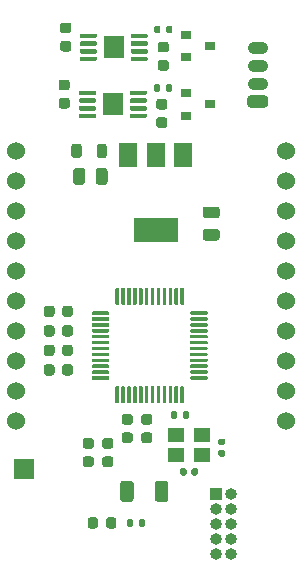
<source format=gbr>
%TF.GenerationSoftware,KiCad,Pcbnew,(5.1.10)-1*%
%TF.CreationDate,2021-08-15T22:41:54+03:00*%
%TF.ProjectId,jantteri-lora,6a616e74-7465-4726-992d-6c6f72612e6b,rev?*%
%TF.SameCoordinates,Original*%
%TF.FileFunction,Soldermask,Top*%
%TF.FilePolarity,Negative*%
%FSLAX46Y46*%
G04 Gerber Fmt 4.6, Leading zero omitted, Abs format (unit mm)*
G04 Created by KiCad (PCBNEW (5.1.10)-1) date 2021-08-15 22:41:54*
%MOMM*%
%LPD*%
G01*
G04 APERTURE LIST*
%ADD10C,1.524000*%
%ADD11R,1.700000X1.700000*%
%ADD12O,1.730000X1.030000*%
%ADD13R,0.900000X0.800000*%
%ADD14R,3.800000X2.000000*%
%ADD15R,1.500000X2.000000*%
%ADD16R,1.680000X1.880000*%
%ADD17R,1.400000X1.200000*%
%ADD18R,1.000000X1.000000*%
%ADD19O,1.000000X1.000000*%
G04 APERTURE END LIST*
D10*
%TO.C,U1*%
X61214000Y-56515000D03*
X61214000Y-59055000D03*
X61214000Y-61595000D03*
X61214000Y-64135000D03*
X61214000Y-66675000D03*
X61214000Y-69215000D03*
X61214000Y-71755000D03*
X61214000Y-74295000D03*
X61214000Y-76835000D03*
X61214000Y-79375000D03*
X84074000Y-56515000D03*
X84074000Y-59055000D03*
X84074000Y-61595000D03*
X84074000Y-64135000D03*
X84074000Y-66675000D03*
X84074000Y-69215000D03*
X84074000Y-71755000D03*
X84074000Y-74295000D03*
X84074000Y-76835000D03*
X84074000Y-79375000D03*
%TD*%
%TO.C,C2*%
G36*
G01*
X78199000Y-62222000D02*
X77249000Y-62222000D01*
G75*
G02*
X76999000Y-61972000I0J250000D01*
G01*
X76999000Y-61472000D01*
G75*
G02*
X77249000Y-61222000I250000J0D01*
G01*
X78199000Y-61222000D01*
G75*
G02*
X78449000Y-61472000I0J-250000D01*
G01*
X78449000Y-61972000D01*
G75*
G02*
X78199000Y-62222000I-250000J0D01*
G01*
G37*
G36*
G01*
X78199000Y-64122000D02*
X77249000Y-64122000D01*
G75*
G02*
X76999000Y-63872000I0J250000D01*
G01*
X76999000Y-63372000D01*
G75*
G02*
X77249000Y-63122000I250000J0D01*
G01*
X78199000Y-63122000D01*
G75*
G02*
X78449000Y-63372000I0J-250000D01*
G01*
X78449000Y-63872000D01*
G75*
G02*
X78199000Y-64122000I-250000J0D01*
G01*
G37*
%TD*%
%TO.C,C1*%
G36*
G01*
X68948000Y-58199000D02*
X68948000Y-59149000D01*
G75*
G02*
X68698000Y-59399000I-250000J0D01*
G01*
X68198000Y-59399000D01*
G75*
G02*
X67948000Y-59149000I0J250000D01*
G01*
X67948000Y-58199000D01*
G75*
G02*
X68198000Y-57949000I250000J0D01*
G01*
X68698000Y-57949000D01*
G75*
G02*
X68948000Y-58199000I0J-250000D01*
G01*
G37*
G36*
G01*
X67048000Y-58199000D02*
X67048000Y-59149000D01*
G75*
G02*
X66798000Y-59399000I-250000J0D01*
G01*
X66298000Y-59399000D01*
G75*
G02*
X66048000Y-59149000I0J250000D01*
G01*
X66048000Y-58199000D01*
G75*
G02*
X66298000Y-57949000I250000J0D01*
G01*
X66798000Y-57949000D01*
G75*
G02*
X67048000Y-58199000I0J-250000D01*
G01*
G37*
%TD*%
%TO.C,C3*%
G36*
G01*
X66008000Y-69854000D02*
X66008000Y-70354000D01*
G75*
G02*
X65783000Y-70579000I-225000J0D01*
G01*
X65333000Y-70579000D01*
G75*
G02*
X65108000Y-70354000I0J225000D01*
G01*
X65108000Y-69854000D01*
G75*
G02*
X65333000Y-69629000I225000J0D01*
G01*
X65783000Y-69629000D01*
G75*
G02*
X66008000Y-69854000I0J-225000D01*
G01*
G37*
G36*
G01*
X64458000Y-69854000D02*
X64458000Y-70354000D01*
G75*
G02*
X64233000Y-70579000I-225000J0D01*
G01*
X63783000Y-70579000D01*
G75*
G02*
X63558000Y-70354000I0J225000D01*
G01*
X63558000Y-69854000D01*
G75*
G02*
X63783000Y-69629000I225000J0D01*
G01*
X64233000Y-69629000D01*
G75*
G02*
X64458000Y-69854000I0J-225000D01*
G01*
G37*
%TD*%
%TO.C,C4*%
G36*
G01*
X64458000Y-71505000D02*
X64458000Y-72005000D01*
G75*
G02*
X64233000Y-72230000I-225000J0D01*
G01*
X63783000Y-72230000D01*
G75*
G02*
X63558000Y-72005000I0J225000D01*
G01*
X63558000Y-71505000D01*
G75*
G02*
X63783000Y-71280000I225000J0D01*
G01*
X64233000Y-71280000D01*
G75*
G02*
X64458000Y-71505000I0J-225000D01*
G01*
G37*
G36*
G01*
X66008000Y-71505000D02*
X66008000Y-72005000D01*
G75*
G02*
X65783000Y-72230000I-225000J0D01*
G01*
X65333000Y-72230000D01*
G75*
G02*
X65108000Y-72005000I0J225000D01*
G01*
X65108000Y-71505000D01*
G75*
G02*
X65333000Y-71280000I225000J0D01*
G01*
X65783000Y-71280000D01*
G75*
G02*
X66008000Y-71505000I0J-225000D01*
G01*
G37*
%TD*%
%TO.C,C5*%
G36*
G01*
X73283000Y-53665000D02*
X73783000Y-53665000D01*
G75*
G02*
X74008000Y-53890000I0J-225000D01*
G01*
X74008000Y-54340000D01*
G75*
G02*
X73783000Y-54565000I-225000J0D01*
G01*
X73283000Y-54565000D01*
G75*
G02*
X73058000Y-54340000I0J225000D01*
G01*
X73058000Y-53890000D01*
G75*
G02*
X73283000Y-53665000I225000J0D01*
G01*
G37*
G36*
G01*
X73283000Y-52115000D02*
X73783000Y-52115000D01*
G75*
G02*
X74008000Y-52340000I0J-225000D01*
G01*
X74008000Y-52790000D01*
G75*
G02*
X73783000Y-53015000I-225000J0D01*
G01*
X73283000Y-53015000D01*
G75*
G02*
X73058000Y-52790000I0J225000D01*
G01*
X73058000Y-52340000D01*
G75*
G02*
X73283000Y-52115000I225000J0D01*
G01*
G37*
%TD*%
%TO.C,C6*%
G36*
G01*
X65528000Y-52927000D02*
X65028000Y-52927000D01*
G75*
G02*
X64803000Y-52702000I0J225000D01*
G01*
X64803000Y-52252000D01*
G75*
G02*
X65028000Y-52027000I225000J0D01*
G01*
X65528000Y-52027000D01*
G75*
G02*
X65753000Y-52252000I0J-225000D01*
G01*
X65753000Y-52702000D01*
G75*
G02*
X65528000Y-52927000I-225000J0D01*
G01*
G37*
G36*
G01*
X65528000Y-51377000D02*
X65028000Y-51377000D01*
G75*
G02*
X64803000Y-51152000I0J225000D01*
G01*
X64803000Y-50702000D01*
G75*
G02*
X65028000Y-50477000I225000J0D01*
G01*
X65528000Y-50477000D01*
G75*
G02*
X65753000Y-50702000I0J-225000D01*
G01*
X65753000Y-51152000D01*
G75*
G02*
X65528000Y-51377000I-225000J0D01*
G01*
G37*
%TD*%
%TO.C,C7*%
G36*
G01*
X73410000Y-48826000D02*
X73910000Y-48826000D01*
G75*
G02*
X74135000Y-49051000I0J-225000D01*
G01*
X74135000Y-49501000D01*
G75*
G02*
X73910000Y-49726000I-225000J0D01*
G01*
X73410000Y-49726000D01*
G75*
G02*
X73185000Y-49501000I0J225000D01*
G01*
X73185000Y-49051000D01*
G75*
G02*
X73410000Y-48826000I225000J0D01*
G01*
G37*
G36*
G01*
X73410000Y-47276000D02*
X73910000Y-47276000D01*
G75*
G02*
X74135000Y-47501000I0J-225000D01*
G01*
X74135000Y-47951000D01*
G75*
G02*
X73910000Y-48176000I-225000J0D01*
G01*
X73410000Y-48176000D01*
G75*
G02*
X73185000Y-47951000I0J225000D01*
G01*
X73185000Y-47501000D01*
G75*
G02*
X73410000Y-47276000I225000J0D01*
G01*
G37*
%TD*%
%TO.C,C8*%
G36*
G01*
X65655000Y-48101000D02*
X65155000Y-48101000D01*
G75*
G02*
X64930000Y-47876000I0J225000D01*
G01*
X64930000Y-47426000D01*
G75*
G02*
X65155000Y-47201000I225000J0D01*
G01*
X65655000Y-47201000D01*
G75*
G02*
X65880000Y-47426000I0J-225000D01*
G01*
X65880000Y-47876000D01*
G75*
G02*
X65655000Y-48101000I-225000J0D01*
G01*
G37*
G36*
G01*
X65655000Y-46551000D02*
X65155000Y-46551000D01*
G75*
G02*
X64930000Y-46326000I0J225000D01*
G01*
X64930000Y-45876000D01*
G75*
G02*
X65155000Y-45651000I225000J0D01*
G01*
X65655000Y-45651000D01*
G75*
G02*
X65880000Y-45876000I0J-225000D01*
G01*
X65880000Y-46326000D01*
G75*
G02*
X65655000Y-46551000I-225000J0D01*
G01*
G37*
%TD*%
%TO.C,C9*%
G36*
G01*
X74108000Y-84693999D02*
X74108000Y-85994001D01*
G75*
G02*
X73858001Y-86244000I-249999J0D01*
G01*
X73207999Y-86244000D01*
G75*
G02*
X72958000Y-85994001I0J249999D01*
G01*
X72958000Y-84693999D01*
G75*
G02*
X73207999Y-84444000I249999J0D01*
G01*
X73858001Y-84444000D01*
G75*
G02*
X74108000Y-84693999I0J-249999D01*
G01*
G37*
G36*
G01*
X71158000Y-84693999D02*
X71158000Y-85994001D01*
G75*
G02*
X70908001Y-86244000I-249999J0D01*
G01*
X70257999Y-86244000D01*
G75*
G02*
X70008000Y-85994001I0J249999D01*
G01*
X70008000Y-84693999D01*
G75*
G02*
X70257999Y-84444000I249999J0D01*
G01*
X70908001Y-84444000D01*
G75*
G02*
X71158000Y-84693999I0J-249999D01*
G01*
G37*
%TD*%
%TO.C,C10*%
G36*
G01*
X68711000Y-82380000D02*
X69211000Y-82380000D01*
G75*
G02*
X69436000Y-82605000I0J-225000D01*
G01*
X69436000Y-83055000D01*
G75*
G02*
X69211000Y-83280000I-225000J0D01*
G01*
X68711000Y-83280000D01*
G75*
G02*
X68486000Y-83055000I0J225000D01*
G01*
X68486000Y-82605000D01*
G75*
G02*
X68711000Y-82380000I225000J0D01*
G01*
G37*
G36*
G01*
X68711000Y-80830000D02*
X69211000Y-80830000D01*
G75*
G02*
X69436000Y-81055000I0J-225000D01*
G01*
X69436000Y-81505000D01*
G75*
G02*
X69211000Y-81730000I-225000J0D01*
G01*
X68711000Y-81730000D01*
G75*
G02*
X68486000Y-81505000I0J225000D01*
G01*
X68486000Y-81055000D01*
G75*
G02*
X68711000Y-80830000I225000J0D01*
G01*
G37*
%TD*%
%TO.C,C11*%
G36*
G01*
X64458000Y-74807000D02*
X64458000Y-75307000D01*
G75*
G02*
X64233000Y-75532000I-225000J0D01*
G01*
X63783000Y-75532000D01*
G75*
G02*
X63558000Y-75307000I0J225000D01*
G01*
X63558000Y-74807000D01*
G75*
G02*
X63783000Y-74582000I225000J0D01*
G01*
X64233000Y-74582000D01*
G75*
G02*
X64458000Y-74807000I0J-225000D01*
G01*
G37*
G36*
G01*
X66008000Y-74807000D02*
X66008000Y-75307000D01*
G75*
G02*
X65783000Y-75532000I-225000J0D01*
G01*
X65333000Y-75532000D01*
G75*
G02*
X65108000Y-75307000I0J225000D01*
G01*
X65108000Y-74807000D01*
G75*
G02*
X65333000Y-74582000I225000J0D01*
G01*
X65783000Y-74582000D01*
G75*
G02*
X66008000Y-74807000I0J-225000D01*
G01*
G37*
%TD*%
%TO.C,C12*%
G36*
G01*
X66008000Y-73156000D02*
X66008000Y-73656000D01*
G75*
G02*
X65783000Y-73881000I-225000J0D01*
G01*
X65333000Y-73881000D01*
G75*
G02*
X65108000Y-73656000I0J225000D01*
G01*
X65108000Y-73156000D01*
G75*
G02*
X65333000Y-72931000I225000J0D01*
G01*
X65783000Y-72931000D01*
G75*
G02*
X66008000Y-73156000I0J-225000D01*
G01*
G37*
G36*
G01*
X64458000Y-73156000D02*
X64458000Y-73656000D01*
G75*
G02*
X64233000Y-73881000I-225000J0D01*
G01*
X63783000Y-73881000D01*
G75*
G02*
X63558000Y-73656000I0J225000D01*
G01*
X63558000Y-73156000D01*
G75*
G02*
X63783000Y-72931000I225000J0D01*
G01*
X64233000Y-72931000D01*
G75*
G02*
X64458000Y-73156000I0J-225000D01*
G01*
G37*
%TD*%
%TO.C,C13*%
G36*
G01*
X70362000Y-78798000D02*
X70862000Y-78798000D01*
G75*
G02*
X71087000Y-79023000I0J-225000D01*
G01*
X71087000Y-79473000D01*
G75*
G02*
X70862000Y-79698000I-225000J0D01*
G01*
X70362000Y-79698000D01*
G75*
G02*
X70137000Y-79473000I0J225000D01*
G01*
X70137000Y-79023000D01*
G75*
G02*
X70362000Y-78798000I225000J0D01*
G01*
G37*
G36*
G01*
X70362000Y-80348000D02*
X70862000Y-80348000D01*
G75*
G02*
X71087000Y-80573000I0J-225000D01*
G01*
X71087000Y-81023000D01*
G75*
G02*
X70862000Y-81248000I-225000J0D01*
G01*
X70362000Y-81248000D01*
G75*
G02*
X70137000Y-81023000I0J225000D01*
G01*
X70137000Y-80573000D01*
G75*
G02*
X70362000Y-80348000I225000J0D01*
G01*
G37*
%TD*%
%TO.C,C14*%
G36*
G01*
X67060000Y-82380000D02*
X67560000Y-82380000D01*
G75*
G02*
X67785000Y-82605000I0J-225000D01*
G01*
X67785000Y-83055000D01*
G75*
G02*
X67560000Y-83280000I-225000J0D01*
G01*
X67060000Y-83280000D01*
G75*
G02*
X66835000Y-83055000I0J225000D01*
G01*
X66835000Y-82605000D01*
G75*
G02*
X67060000Y-82380000I225000J0D01*
G01*
G37*
G36*
G01*
X67060000Y-80830000D02*
X67560000Y-80830000D01*
G75*
G02*
X67785000Y-81055000I0J-225000D01*
G01*
X67785000Y-81505000D01*
G75*
G02*
X67560000Y-81730000I-225000J0D01*
G01*
X67060000Y-81730000D01*
G75*
G02*
X66835000Y-81505000I0J225000D01*
G01*
X66835000Y-81055000D01*
G75*
G02*
X67060000Y-80830000I225000J0D01*
G01*
G37*
%TD*%
%TO.C,C15*%
G36*
G01*
X72013000Y-78798000D02*
X72513000Y-78798000D01*
G75*
G02*
X72738000Y-79023000I0J-225000D01*
G01*
X72738000Y-79473000D01*
G75*
G02*
X72513000Y-79698000I-225000J0D01*
G01*
X72013000Y-79698000D01*
G75*
G02*
X71788000Y-79473000I0J225000D01*
G01*
X71788000Y-79023000D01*
G75*
G02*
X72013000Y-78798000I225000J0D01*
G01*
G37*
G36*
G01*
X72013000Y-80348000D02*
X72513000Y-80348000D01*
G75*
G02*
X72738000Y-80573000I0J-225000D01*
G01*
X72738000Y-81023000D01*
G75*
G02*
X72513000Y-81248000I-225000J0D01*
G01*
X72013000Y-81248000D01*
G75*
G02*
X71788000Y-81023000I0J225000D01*
G01*
X71788000Y-80573000D01*
G75*
G02*
X72013000Y-80348000I225000J0D01*
G01*
G37*
%TD*%
%TO.C,C16*%
G36*
G01*
X75087000Y-83863000D02*
X75087000Y-83523000D01*
G75*
G02*
X75227000Y-83383000I140000J0D01*
G01*
X75507000Y-83383000D01*
G75*
G02*
X75647000Y-83523000I0J-140000D01*
G01*
X75647000Y-83863000D01*
G75*
G02*
X75507000Y-84003000I-140000J0D01*
G01*
X75227000Y-84003000D01*
G75*
G02*
X75087000Y-83863000I0J140000D01*
G01*
G37*
G36*
G01*
X76047000Y-83863000D02*
X76047000Y-83523000D01*
G75*
G02*
X76187000Y-83383000I140000J0D01*
G01*
X76467000Y-83383000D01*
G75*
G02*
X76607000Y-83523000I0J-140000D01*
G01*
X76607000Y-83863000D01*
G75*
G02*
X76467000Y-84003000I-140000J0D01*
G01*
X76187000Y-84003000D01*
G75*
G02*
X76047000Y-83863000I0J140000D01*
G01*
G37*
%TD*%
%TO.C,C17*%
G36*
G01*
X78443000Y-81833000D02*
X78783000Y-81833000D01*
G75*
G02*
X78923000Y-81973000I0J-140000D01*
G01*
X78923000Y-82253000D01*
G75*
G02*
X78783000Y-82393000I-140000J0D01*
G01*
X78443000Y-82393000D01*
G75*
G02*
X78303000Y-82253000I0J140000D01*
G01*
X78303000Y-81973000D01*
G75*
G02*
X78443000Y-81833000I140000J0D01*
G01*
G37*
G36*
G01*
X78443000Y-80873000D02*
X78783000Y-80873000D01*
G75*
G02*
X78923000Y-81013000I0J-140000D01*
G01*
X78923000Y-81293000D01*
G75*
G02*
X78783000Y-81433000I-140000J0D01*
G01*
X78443000Y-81433000D01*
G75*
G02*
X78303000Y-81293000I0J140000D01*
G01*
X78303000Y-81013000D01*
G75*
G02*
X78443000Y-80873000I140000J0D01*
G01*
G37*
%TD*%
%TO.C,D1*%
G36*
G01*
X69703500Y-87754750D02*
X69703500Y-88267250D01*
G75*
G02*
X69484750Y-88486000I-218750J0D01*
G01*
X69047250Y-88486000D01*
G75*
G02*
X68828500Y-88267250I0J218750D01*
G01*
X68828500Y-87754750D01*
G75*
G02*
X69047250Y-87536000I218750J0D01*
G01*
X69484750Y-87536000D01*
G75*
G02*
X69703500Y-87754750I0J-218750D01*
G01*
G37*
G36*
G01*
X68128500Y-87754750D02*
X68128500Y-88267250D01*
G75*
G02*
X67909750Y-88486000I-218750J0D01*
G01*
X67472250Y-88486000D01*
G75*
G02*
X67253500Y-88267250I0J218750D01*
G01*
X67253500Y-87754750D01*
G75*
G02*
X67472250Y-87536000I218750J0D01*
G01*
X67909750Y-87536000D01*
G75*
G02*
X68128500Y-87754750I0J-218750D01*
G01*
G37*
%TD*%
%TO.C,FB1*%
G36*
G01*
X68890500Y-56133750D02*
X68890500Y-56896250D01*
G75*
G02*
X68671750Y-57115000I-218750J0D01*
G01*
X68234250Y-57115000D01*
G75*
G02*
X68015500Y-56896250I0J218750D01*
G01*
X68015500Y-56133750D01*
G75*
G02*
X68234250Y-55915000I218750J0D01*
G01*
X68671750Y-55915000D01*
G75*
G02*
X68890500Y-56133750I0J-218750D01*
G01*
G37*
G36*
G01*
X66765500Y-56133750D02*
X66765500Y-56896250D01*
G75*
G02*
X66546750Y-57115000I-218750J0D01*
G01*
X66109250Y-57115000D01*
G75*
G02*
X65890500Y-56896250I0J218750D01*
G01*
X65890500Y-56133750D01*
G75*
G02*
X66109250Y-55915000I218750J0D01*
G01*
X66546750Y-55915000D01*
G75*
G02*
X66765500Y-56133750I0J-218750D01*
G01*
G37*
%TD*%
D11*
%TO.C,J1*%
X61849000Y-83439000D03*
%TD*%
%TO.C,J3*%
G36*
G01*
X82276001Y-52839000D02*
X81045999Y-52839000D01*
G75*
G02*
X80796000Y-52589001I0J249999D01*
G01*
X80796000Y-52058999D01*
G75*
G02*
X81045999Y-51809000I249999J0D01*
G01*
X82276001Y-51809000D01*
G75*
G02*
X82526000Y-52058999I0J-249999D01*
G01*
X82526000Y-52589001D01*
G75*
G02*
X82276001Y-52839000I-249999J0D01*
G01*
G37*
D12*
X81661000Y-50824000D03*
X81661000Y-49324000D03*
X81661000Y-47824000D03*
%TD*%
D13*
%TO.C,Q1*%
X75581000Y-51628000D03*
X75581000Y-53528000D03*
X77581000Y-52578000D03*
%TD*%
%TO.C,Q2*%
X77581000Y-47625000D03*
X75581000Y-48575000D03*
X75581000Y-46675000D03*
%TD*%
%TO.C,R3*%
G36*
G01*
X73902000Y-51366000D02*
X73902000Y-50996000D01*
G75*
G02*
X74037000Y-50861000I135000J0D01*
G01*
X74307000Y-50861000D01*
G75*
G02*
X74442000Y-50996000I0J-135000D01*
G01*
X74442000Y-51366000D01*
G75*
G02*
X74307000Y-51501000I-135000J0D01*
G01*
X74037000Y-51501000D01*
G75*
G02*
X73902000Y-51366000I0J135000D01*
G01*
G37*
G36*
G01*
X72882000Y-51366000D02*
X72882000Y-50996000D01*
G75*
G02*
X73017000Y-50861000I135000J0D01*
G01*
X73287000Y-50861000D01*
G75*
G02*
X73422000Y-50996000I0J-135000D01*
G01*
X73422000Y-51366000D01*
G75*
G02*
X73287000Y-51501000I-135000J0D01*
G01*
X73017000Y-51501000D01*
G75*
G02*
X72882000Y-51366000I0J135000D01*
G01*
G37*
%TD*%
%TO.C,R4*%
G36*
G01*
X72882000Y-46413000D02*
X72882000Y-46043000D01*
G75*
G02*
X73017000Y-45908000I135000J0D01*
G01*
X73287000Y-45908000D01*
G75*
G02*
X73422000Y-46043000I0J-135000D01*
G01*
X73422000Y-46413000D01*
G75*
G02*
X73287000Y-46548000I-135000J0D01*
G01*
X73017000Y-46548000D01*
G75*
G02*
X72882000Y-46413000I0J135000D01*
G01*
G37*
G36*
G01*
X73902000Y-46413000D02*
X73902000Y-46043000D01*
G75*
G02*
X74037000Y-45908000I135000J0D01*
G01*
X74307000Y-45908000D01*
G75*
G02*
X74442000Y-46043000I0J-135000D01*
G01*
X74442000Y-46413000D01*
G75*
G02*
X74307000Y-46548000I-135000J0D01*
G01*
X74037000Y-46548000D01*
G75*
G02*
X73902000Y-46413000I0J135000D01*
G01*
G37*
%TD*%
%TO.C,R1*%
G36*
G01*
X72154000Y-87826000D02*
X72154000Y-88196000D01*
G75*
G02*
X72019000Y-88331000I-135000J0D01*
G01*
X71749000Y-88331000D01*
G75*
G02*
X71614000Y-88196000I0J135000D01*
G01*
X71614000Y-87826000D01*
G75*
G02*
X71749000Y-87691000I135000J0D01*
G01*
X72019000Y-87691000D01*
G75*
G02*
X72154000Y-87826000I0J-135000D01*
G01*
G37*
G36*
G01*
X71134000Y-87826000D02*
X71134000Y-88196000D01*
G75*
G02*
X70999000Y-88331000I-135000J0D01*
G01*
X70729000Y-88331000D01*
G75*
G02*
X70594000Y-88196000I0J135000D01*
G01*
X70594000Y-87826000D01*
G75*
G02*
X70729000Y-87691000I135000J0D01*
G01*
X70999000Y-87691000D01*
G75*
G02*
X71134000Y-87826000I0J-135000D01*
G01*
G37*
%TD*%
%TO.C,R2*%
G36*
G01*
X75299000Y-79052000D02*
X75299000Y-78682000D01*
G75*
G02*
X75434000Y-78547000I135000J0D01*
G01*
X75704000Y-78547000D01*
G75*
G02*
X75839000Y-78682000I0J-135000D01*
G01*
X75839000Y-79052000D01*
G75*
G02*
X75704000Y-79187000I-135000J0D01*
G01*
X75434000Y-79187000D01*
G75*
G02*
X75299000Y-79052000I0J135000D01*
G01*
G37*
G36*
G01*
X74279000Y-79052000D02*
X74279000Y-78682000D01*
G75*
G02*
X74414000Y-78547000I135000J0D01*
G01*
X74684000Y-78547000D01*
G75*
G02*
X74819000Y-78682000I0J-135000D01*
G01*
X74819000Y-79052000D01*
G75*
G02*
X74684000Y-79187000I-135000J0D01*
G01*
X74414000Y-79187000D01*
G75*
G02*
X74279000Y-79052000I0J135000D01*
G01*
G37*
%TD*%
D14*
%TO.C,U2*%
X73011000Y-63196000D03*
D15*
X73011000Y-56896000D03*
X70711000Y-56896000D03*
X75311000Y-56896000D03*
%TD*%
%TO.C,U4*%
G36*
G01*
X72267999Y-53453000D02*
X72267999Y-53653000D01*
G75*
G02*
X72167999Y-53753000I-100000J0D01*
G01*
X70917999Y-53753000D01*
G75*
G02*
X70817999Y-53653000I0J100000D01*
G01*
X70817999Y-53453000D01*
G75*
G02*
X70917999Y-53353000I100000J0D01*
G01*
X72167999Y-53353000D01*
G75*
G02*
X72267999Y-53453000I0J-100000D01*
G01*
G37*
G36*
G01*
X72267999Y-52803000D02*
X72267999Y-53003000D01*
G75*
G02*
X72167999Y-53103000I-100000J0D01*
G01*
X70917999Y-53103000D01*
G75*
G02*
X70817999Y-53003000I0J100000D01*
G01*
X70817999Y-52803000D01*
G75*
G02*
X70917999Y-52703000I100000J0D01*
G01*
X72167999Y-52703000D01*
G75*
G02*
X72267999Y-52803000I0J-100000D01*
G01*
G37*
G36*
G01*
X72267999Y-52153000D02*
X72267999Y-52353000D01*
G75*
G02*
X72167999Y-52453000I-100000J0D01*
G01*
X70917999Y-52453000D01*
G75*
G02*
X70817999Y-52353000I0J100000D01*
G01*
X70817999Y-52153000D01*
G75*
G02*
X70917999Y-52053000I100000J0D01*
G01*
X72167999Y-52053000D01*
G75*
G02*
X72267999Y-52153000I0J-100000D01*
G01*
G37*
G36*
G01*
X72267999Y-51503000D02*
X72267999Y-51703000D01*
G75*
G02*
X72167999Y-51803000I-100000J0D01*
G01*
X70917999Y-51803000D01*
G75*
G02*
X70817999Y-51703000I0J100000D01*
G01*
X70817999Y-51503000D01*
G75*
G02*
X70917999Y-51403000I100000J0D01*
G01*
X72167999Y-51403000D01*
G75*
G02*
X72267999Y-51503000I0J-100000D01*
G01*
G37*
G36*
G01*
X67967999Y-51503000D02*
X67967999Y-51703000D01*
G75*
G02*
X67867999Y-51803000I-100000J0D01*
G01*
X66617999Y-51803000D01*
G75*
G02*
X66517999Y-51703000I0J100000D01*
G01*
X66517999Y-51503000D01*
G75*
G02*
X66617999Y-51403000I100000J0D01*
G01*
X67867999Y-51403000D01*
G75*
G02*
X67967999Y-51503000I0J-100000D01*
G01*
G37*
G36*
G01*
X67967999Y-52153000D02*
X67967999Y-52353000D01*
G75*
G02*
X67867999Y-52453000I-100000J0D01*
G01*
X66617999Y-52453000D01*
G75*
G02*
X66517999Y-52353000I0J100000D01*
G01*
X66517999Y-52153000D01*
G75*
G02*
X66617999Y-52053000I100000J0D01*
G01*
X67867999Y-52053000D01*
G75*
G02*
X67967999Y-52153000I0J-100000D01*
G01*
G37*
G36*
G01*
X67967999Y-52803000D02*
X67967999Y-53003000D01*
G75*
G02*
X67867999Y-53103000I-100000J0D01*
G01*
X66617999Y-53103000D01*
G75*
G02*
X66517999Y-53003000I0J100000D01*
G01*
X66517999Y-52803000D01*
G75*
G02*
X66617999Y-52703000I100000J0D01*
G01*
X67867999Y-52703000D01*
G75*
G02*
X67967999Y-52803000I0J-100000D01*
G01*
G37*
G36*
G01*
X67967999Y-53453000D02*
X67967999Y-53653000D01*
G75*
G02*
X67867999Y-53753000I-100000J0D01*
G01*
X66617999Y-53753000D01*
G75*
G02*
X66517999Y-53653000I0J100000D01*
G01*
X66517999Y-53453000D01*
G75*
G02*
X66617999Y-53353000I100000J0D01*
G01*
X67867999Y-53353000D01*
G75*
G02*
X67967999Y-53453000I0J-100000D01*
G01*
G37*
D16*
X69392999Y-52578000D03*
%TD*%
%TO.C,U5*%
X69469000Y-47752000D03*
G36*
G01*
X68044000Y-48627000D02*
X68044000Y-48827000D01*
G75*
G02*
X67944000Y-48927000I-100000J0D01*
G01*
X66694000Y-48927000D01*
G75*
G02*
X66594000Y-48827000I0J100000D01*
G01*
X66594000Y-48627000D01*
G75*
G02*
X66694000Y-48527000I100000J0D01*
G01*
X67944000Y-48527000D01*
G75*
G02*
X68044000Y-48627000I0J-100000D01*
G01*
G37*
G36*
G01*
X68044000Y-47977000D02*
X68044000Y-48177000D01*
G75*
G02*
X67944000Y-48277000I-100000J0D01*
G01*
X66694000Y-48277000D01*
G75*
G02*
X66594000Y-48177000I0J100000D01*
G01*
X66594000Y-47977000D01*
G75*
G02*
X66694000Y-47877000I100000J0D01*
G01*
X67944000Y-47877000D01*
G75*
G02*
X68044000Y-47977000I0J-100000D01*
G01*
G37*
G36*
G01*
X68044000Y-47327000D02*
X68044000Y-47527000D01*
G75*
G02*
X67944000Y-47627000I-100000J0D01*
G01*
X66694000Y-47627000D01*
G75*
G02*
X66594000Y-47527000I0J100000D01*
G01*
X66594000Y-47327000D01*
G75*
G02*
X66694000Y-47227000I100000J0D01*
G01*
X67944000Y-47227000D01*
G75*
G02*
X68044000Y-47327000I0J-100000D01*
G01*
G37*
G36*
G01*
X68044000Y-46677000D02*
X68044000Y-46877000D01*
G75*
G02*
X67944000Y-46977000I-100000J0D01*
G01*
X66694000Y-46977000D01*
G75*
G02*
X66594000Y-46877000I0J100000D01*
G01*
X66594000Y-46677000D01*
G75*
G02*
X66694000Y-46577000I100000J0D01*
G01*
X67944000Y-46577000D01*
G75*
G02*
X68044000Y-46677000I0J-100000D01*
G01*
G37*
G36*
G01*
X72344000Y-46677000D02*
X72344000Y-46877000D01*
G75*
G02*
X72244000Y-46977000I-100000J0D01*
G01*
X70994000Y-46977000D01*
G75*
G02*
X70894000Y-46877000I0J100000D01*
G01*
X70894000Y-46677000D01*
G75*
G02*
X70994000Y-46577000I100000J0D01*
G01*
X72244000Y-46577000D01*
G75*
G02*
X72344000Y-46677000I0J-100000D01*
G01*
G37*
G36*
G01*
X72344000Y-47327000D02*
X72344000Y-47527000D01*
G75*
G02*
X72244000Y-47627000I-100000J0D01*
G01*
X70994000Y-47627000D01*
G75*
G02*
X70894000Y-47527000I0J100000D01*
G01*
X70894000Y-47327000D01*
G75*
G02*
X70994000Y-47227000I100000J0D01*
G01*
X72244000Y-47227000D01*
G75*
G02*
X72344000Y-47327000I0J-100000D01*
G01*
G37*
G36*
G01*
X72344000Y-47977000D02*
X72344000Y-48177000D01*
G75*
G02*
X72244000Y-48277000I-100000J0D01*
G01*
X70994000Y-48277000D01*
G75*
G02*
X70894000Y-48177000I0J100000D01*
G01*
X70894000Y-47977000D01*
G75*
G02*
X70994000Y-47877000I100000J0D01*
G01*
X72244000Y-47877000D01*
G75*
G02*
X72344000Y-47977000I0J-100000D01*
G01*
G37*
G36*
G01*
X72344000Y-48627000D02*
X72344000Y-48827000D01*
G75*
G02*
X72244000Y-48927000I-100000J0D01*
G01*
X70994000Y-48927000D01*
G75*
G02*
X70894000Y-48827000I0J100000D01*
G01*
X70894000Y-48627000D01*
G75*
G02*
X70994000Y-48527000I100000J0D01*
G01*
X72244000Y-48527000D01*
G75*
G02*
X72344000Y-48627000I0J-100000D01*
G01*
G37*
%TD*%
%TO.C,U6*%
G36*
G01*
X69838000Y-77896500D02*
X69688000Y-77896500D01*
G75*
G02*
X69613000Y-77821500I0J75000D01*
G01*
X69613000Y-76496500D01*
G75*
G02*
X69688000Y-76421500I75000J0D01*
G01*
X69838000Y-76421500D01*
G75*
G02*
X69913000Y-76496500I0J-75000D01*
G01*
X69913000Y-77821500D01*
G75*
G02*
X69838000Y-77896500I-75000J0D01*
G01*
G37*
G36*
G01*
X70338000Y-77896500D02*
X70188000Y-77896500D01*
G75*
G02*
X70113000Y-77821500I0J75000D01*
G01*
X70113000Y-76496500D01*
G75*
G02*
X70188000Y-76421500I75000J0D01*
G01*
X70338000Y-76421500D01*
G75*
G02*
X70413000Y-76496500I0J-75000D01*
G01*
X70413000Y-77821500D01*
G75*
G02*
X70338000Y-77896500I-75000J0D01*
G01*
G37*
G36*
G01*
X70838000Y-77896500D02*
X70688000Y-77896500D01*
G75*
G02*
X70613000Y-77821500I0J75000D01*
G01*
X70613000Y-76496500D01*
G75*
G02*
X70688000Y-76421500I75000J0D01*
G01*
X70838000Y-76421500D01*
G75*
G02*
X70913000Y-76496500I0J-75000D01*
G01*
X70913000Y-77821500D01*
G75*
G02*
X70838000Y-77896500I-75000J0D01*
G01*
G37*
G36*
G01*
X71338000Y-77896500D02*
X71188000Y-77896500D01*
G75*
G02*
X71113000Y-77821500I0J75000D01*
G01*
X71113000Y-76496500D01*
G75*
G02*
X71188000Y-76421500I75000J0D01*
G01*
X71338000Y-76421500D01*
G75*
G02*
X71413000Y-76496500I0J-75000D01*
G01*
X71413000Y-77821500D01*
G75*
G02*
X71338000Y-77896500I-75000J0D01*
G01*
G37*
G36*
G01*
X71838000Y-77896500D02*
X71688000Y-77896500D01*
G75*
G02*
X71613000Y-77821500I0J75000D01*
G01*
X71613000Y-76496500D01*
G75*
G02*
X71688000Y-76421500I75000J0D01*
G01*
X71838000Y-76421500D01*
G75*
G02*
X71913000Y-76496500I0J-75000D01*
G01*
X71913000Y-77821500D01*
G75*
G02*
X71838000Y-77896500I-75000J0D01*
G01*
G37*
G36*
G01*
X72338000Y-77896500D02*
X72188000Y-77896500D01*
G75*
G02*
X72113000Y-77821500I0J75000D01*
G01*
X72113000Y-76496500D01*
G75*
G02*
X72188000Y-76421500I75000J0D01*
G01*
X72338000Y-76421500D01*
G75*
G02*
X72413000Y-76496500I0J-75000D01*
G01*
X72413000Y-77821500D01*
G75*
G02*
X72338000Y-77896500I-75000J0D01*
G01*
G37*
G36*
G01*
X72838000Y-77896500D02*
X72688000Y-77896500D01*
G75*
G02*
X72613000Y-77821500I0J75000D01*
G01*
X72613000Y-76496500D01*
G75*
G02*
X72688000Y-76421500I75000J0D01*
G01*
X72838000Y-76421500D01*
G75*
G02*
X72913000Y-76496500I0J-75000D01*
G01*
X72913000Y-77821500D01*
G75*
G02*
X72838000Y-77896500I-75000J0D01*
G01*
G37*
G36*
G01*
X73338000Y-77896500D02*
X73188000Y-77896500D01*
G75*
G02*
X73113000Y-77821500I0J75000D01*
G01*
X73113000Y-76496500D01*
G75*
G02*
X73188000Y-76421500I75000J0D01*
G01*
X73338000Y-76421500D01*
G75*
G02*
X73413000Y-76496500I0J-75000D01*
G01*
X73413000Y-77821500D01*
G75*
G02*
X73338000Y-77896500I-75000J0D01*
G01*
G37*
G36*
G01*
X73838000Y-77896500D02*
X73688000Y-77896500D01*
G75*
G02*
X73613000Y-77821500I0J75000D01*
G01*
X73613000Y-76496500D01*
G75*
G02*
X73688000Y-76421500I75000J0D01*
G01*
X73838000Y-76421500D01*
G75*
G02*
X73913000Y-76496500I0J-75000D01*
G01*
X73913000Y-77821500D01*
G75*
G02*
X73838000Y-77896500I-75000J0D01*
G01*
G37*
G36*
G01*
X74338000Y-77896500D02*
X74188000Y-77896500D01*
G75*
G02*
X74113000Y-77821500I0J75000D01*
G01*
X74113000Y-76496500D01*
G75*
G02*
X74188000Y-76421500I75000J0D01*
G01*
X74338000Y-76421500D01*
G75*
G02*
X74413000Y-76496500I0J-75000D01*
G01*
X74413000Y-77821500D01*
G75*
G02*
X74338000Y-77896500I-75000J0D01*
G01*
G37*
G36*
G01*
X74838000Y-77896500D02*
X74688000Y-77896500D01*
G75*
G02*
X74613000Y-77821500I0J75000D01*
G01*
X74613000Y-76496500D01*
G75*
G02*
X74688000Y-76421500I75000J0D01*
G01*
X74838000Y-76421500D01*
G75*
G02*
X74913000Y-76496500I0J-75000D01*
G01*
X74913000Y-77821500D01*
G75*
G02*
X74838000Y-77896500I-75000J0D01*
G01*
G37*
G36*
G01*
X75338000Y-77896500D02*
X75188000Y-77896500D01*
G75*
G02*
X75113000Y-77821500I0J75000D01*
G01*
X75113000Y-76496500D01*
G75*
G02*
X75188000Y-76421500I75000J0D01*
G01*
X75338000Y-76421500D01*
G75*
G02*
X75413000Y-76496500I0J-75000D01*
G01*
X75413000Y-77821500D01*
G75*
G02*
X75338000Y-77896500I-75000J0D01*
G01*
G37*
G36*
G01*
X77338000Y-75896500D02*
X76013000Y-75896500D01*
G75*
G02*
X75938000Y-75821500I0J75000D01*
G01*
X75938000Y-75671500D01*
G75*
G02*
X76013000Y-75596500I75000J0D01*
G01*
X77338000Y-75596500D01*
G75*
G02*
X77413000Y-75671500I0J-75000D01*
G01*
X77413000Y-75821500D01*
G75*
G02*
X77338000Y-75896500I-75000J0D01*
G01*
G37*
G36*
G01*
X77338000Y-75396500D02*
X76013000Y-75396500D01*
G75*
G02*
X75938000Y-75321500I0J75000D01*
G01*
X75938000Y-75171500D01*
G75*
G02*
X76013000Y-75096500I75000J0D01*
G01*
X77338000Y-75096500D01*
G75*
G02*
X77413000Y-75171500I0J-75000D01*
G01*
X77413000Y-75321500D01*
G75*
G02*
X77338000Y-75396500I-75000J0D01*
G01*
G37*
G36*
G01*
X77338000Y-74896500D02*
X76013000Y-74896500D01*
G75*
G02*
X75938000Y-74821500I0J75000D01*
G01*
X75938000Y-74671500D01*
G75*
G02*
X76013000Y-74596500I75000J0D01*
G01*
X77338000Y-74596500D01*
G75*
G02*
X77413000Y-74671500I0J-75000D01*
G01*
X77413000Y-74821500D01*
G75*
G02*
X77338000Y-74896500I-75000J0D01*
G01*
G37*
G36*
G01*
X77338000Y-74396500D02*
X76013000Y-74396500D01*
G75*
G02*
X75938000Y-74321500I0J75000D01*
G01*
X75938000Y-74171500D01*
G75*
G02*
X76013000Y-74096500I75000J0D01*
G01*
X77338000Y-74096500D01*
G75*
G02*
X77413000Y-74171500I0J-75000D01*
G01*
X77413000Y-74321500D01*
G75*
G02*
X77338000Y-74396500I-75000J0D01*
G01*
G37*
G36*
G01*
X77338000Y-73896500D02*
X76013000Y-73896500D01*
G75*
G02*
X75938000Y-73821500I0J75000D01*
G01*
X75938000Y-73671500D01*
G75*
G02*
X76013000Y-73596500I75000J0D01*
G01*
X77338000Y-73596500D01*
G75*
G02*
X77413000Y-73671500I0J-75000D01*
G01*
X77413000Y-73821500D01*
G75*
G02*
X77338000Y-73896500I-75000J0D01*
G01*
G37*
G36*
G01*
X77338000Y-73396500D02*
X76013000Y-73396500D01*
G75*
G02*
X75938000Y-73321500I0J75000D01*
G01*
X75938000Y-73171500D01*
G75*
G02*
X76013000Y-73096500I75000J0D01*
G01*
X77338000Y-73096500D01*
G75*
G02*
X77413000Y-73171500I0J-75000D01*
G01*
X77413000Y-73321500D01*
G75*
G02*
X77338000Y-73396500I-75000J0D01*
G01*
G37*
G36*
G01*
X77338000Y-72896500D02*
X76013000Y-72896500D01*
G75*
G02*
X75938000Y-72821500I0J75000D01*
G01*
X75938000Y-72671500D01*
G75*
G02*
X76013000Y-72596500I75000J0D01*
G01*
X77338000Y-72596500D01*
G75*
G02*
X77413000Y-72671500I0J-75000D01*
G01*
X77413000Y-72821500D01*
G75*
G02*
X77338000Y-72896500I-75000J0D01*
G01*
G37*
G36*
G01*
X77338000Y-72396500D02*
X76013000Y-72396500D01*
G75*
G02*
X75938000Y-72321500I0J75000D01*
G01*
X75938000Y-72171500D01*
G75*
G02*
X76013000Y-72096500I75000J0D01*
G01*
X77338000Y-72096500D01*
G75*
G02*
X77413000Y-72171500I0J-75000D01*
G01*
X77413000Y-72321500D01*
G75*
G02*
X77338000Y-72396500I-75000J0D01*
G01*
G37*
G36*
G01*
X77338000Y-71896500D02*
X76013000Y-71896500D01*
G75*
G02*
X75938000Y-71821500I0J75000D01*
G01*
X75938000Y-71671500D01*
G75*
G02*
X76013000Y-71596500I75000J0D01*
G01*
X77338000Y-71596500D01*
G75*
G02*
X77413000Y-71671500I0J-75000D01*
G01*
X77413000Y-71821500D01*
G75*
G02*
X77338000Y-71896500I-75000J0D01*
G01*
G37*
G36*
G01*
X77338000Y-71396500D02*
X76013000Y-71396500D01*
G75*
G02*
X75938000Y-71321500I0J75000D01*
G01*
X75938000Y-71171500D01*
G75*
G02*
X76013000Y-71096500I75000J0D01*
G01*
X77338000Y-71096500D01*
G75*
G02*
X77413000Y-71171500I0J-75000D01*
G01*
X77413000Y-71321500D01*
G75*
G02*
X77338000Y-71396500I-75000J0D01*
G01*
G37*
G36*
G01*
X77338000Y-70896500D02*
X76013000Y-70896500D01*
G75*
G02*
X75938000Y-70821500I0J75000D01*
G01*
X75938000Y-70671500D01*
G75*
G02*
X76013000Y-70596500I75000J0D01*
G01*
X77338000Y-70596500D01*
G75*
G02*
X77413000Y-70671500I0J-75000D01*
G01*
X77413000Y-70821500D01*
G75*
G02*
X77338000Y-70896500I-75000J0D01*
G01*
G37*
G36*
G01*
X77338000Y-70396500D02*
X76013000Y-70396500D01*
G75*
G02*
X75938000Y-70321500I0J75000D01*
G01*
X75938000Y-70171500D01*
G75*
G02*
X76013000Y-70096500I75000J0D01*
G01*
X77338000Y-70096500D01*
G75*
G02*
X77413000Y-70171500I0J-75000D01*
G01*
X77413000Y-70321500D01*
G75*
G02*
X77338000Y-70396500I-75000J0D01*
G01*
G37*
G36*
G01*
X75338000Y-69571500D02*
X75188000Y-69571500D01*
G75*
G02*
X75113000Y-69496500I0J75000D01*
G01*
X75113000Y-68171500D01*
G75*
G02*
X75188000Y-68096500I75000J0D01*
G01*
X75338000Y-68096500D01*
G75*
G02*
X75413000Y-68171500I0J-75000D01*
G01*
X75413000Y-69496500D01*
G75*
G02*
X75338000Y-69571500I-75000J0D01*
G01*
G37*
G36*
G01*
X74838000Y-69571500D02*
X74688000Y-69571500D01*
G75*
G02*
X74613000Y-69496500I0J75000D01*
G01*
X74613000Y-68171500D01*
G75*
G02*
X74688000Y-68096500I75000J0D01*
G01*
X74838000Y-68096500D01*
G75*
G02*
X74913000Y-68171500I0J-75000D01*
G01*
X74913000Y-69496500D01*
G75*
G02*
X74838000Y-69571500I-75000J0D01*
G01*
G37*
G36*
G01*
X74338000Y-69571500D02*
X74188000Y-69571500D01*
G75*
G02*
X74113000Y-69496500I0J75000D01*
G01*
X74113000Y-68171500D01*
G75*
G02*
X74188000Y-68096500I75000J0D01*
G01*
X74338000Y-68096500D01*
G75*
G02*
X74413000Y-68171500I0J-75000D01*
G01*
X74413000Y-69496500D01*
G75*
G02*
X74338000Y-69571500I-75000J0D01*
G01*
G37*
G36*
G01*
X73838000Y-69571500D02*
X73688000Y-69571500D01*
G75*
G02*
X73613000Y-69496500I0J75000D01*
G01*
X73613000Y-68171500D01*
G75*
G02*
X73688000Y-68096500I75000J0D01*
G01*
X73838000Y-68096500D01*
G75*
G02*
X73913000Y-68171500I0J-75000D01*
G01*
X73913000Y-69496500D01*
G75*
G02*
X73838000Y-69571500I-75000J0D01*
G01*
G37*
G36*
G01*
X73338000Y-69571500D02*
X73188000Y-69571500D01*
G75*
G02*
X73113000Y-69496500I0J75000D01*
G01*
X73113000Y-68171500D01*
G75*
G02*
X73188000Y-68096500I75000J0D01*
G01*
X73338000Y-68096500D01*
G75*
G02*
X73413000Y-68171500I0J-75000D01*
G01*
X73413000Y-69496500D01*
G75*
G02*
X73338000Y-69571500I-75000J0D01*
G01*
G37*
G36*
G01*
X72838000Y-69571500D02*
X72688000Y-69571500D01*
G75*
G02*
X72613000Y-69496500I0J75000D01*
G01*
X72613000Y-68171500D01*
G75*
G02*
X72688000Y-68096500I75000J0D01*
G01*
X72838000Y-68096500D01*
G75*
G02*
X72913000Y-68171500I0J-75000D01*
G01*
X72913000Y-69496500D01*
G75*
G02*
X72838000Y-69571500I-75000J0D01*
G01*
G37*
G36*
G01*
X72338000Y-69571500D02*
X72188000Y-69571500D01*
G75*
G02*
X72113000Y-69496500I0J75000D01*
G01*
X72113000Y-68171500D01*
G75*
G02*
X72188000Y-68096500I75000J0D01*
G01*
X72338000Y-68096500D01*
G75*
G02*
X72413000Y-68171500I0J-75000D01*
G01*
X72413000Y-69496500D01*
G75*
G02*
X72338000Y-69571500I-75000J0D01*
G01*
G37*
G36*
G01*
X71838000Y-69571500D02*
X71688000Y-69571500D01*
G75*
G02*
X71613000Y-69496500I0J75000D01*
G01*
X71613000Y-68171500D01*
G75*
G02*
X71688000Y-68096500I75000J0D01*
G01*
X71838000Y-68096500D01*
G75*
G02*
X71913000Y-68171500I0J-75000D01*
G01*
X71913000Y-69496500D01*
G75*
G02*
X71838000Y-69571500I-75000J0D01*
G01*
G37*
G36*
G01*
X71338000Y-69571500D02*
X71188000Y-69571500D01*
G75*
G02*
X71113000Y-69496500I0J75000D01*
G01*
X71113000Y-68171500D01*
G75*
G02*
X71188000Y-68096500I75000J0D01*
G01*
X71338000Y-68096500D01*
G75*
G02*
X71413000Y-68171500I0J-75000D01*
G01*
X71413000Y-69496500D01*
G75*
G02*
X71338000Y-69571500I-75000J0D01*
G01*
G37*
G36*
G01*
X70838000Y-69571500D02*
X70688000Y-69571500D01*
G75*
G02*
X70613000Y-69496500I0J75000D01*
G01*
X70613000Y-68171500D01*
G75*
G02*
X70688000Y-68096500I75000J0D01*
G01*
X70838000Y-68096500D01*
G75*
G02*
X70913000Y-68171500I0J-75000D01*
G01*
X70913000Y-69496500D01*
G75*
G02*
X70838000Y-69571500I-75000J0D01*
G01*
G37*
G36*
G01*
X70338000Y-69571500D02*
X70188000Y-69571500D01*
G75*
G02*
X70113000Y-69496500I0J75000D01*
G01*
X70113000Y-68171500D01*
G75*
G02*
X70188000Y-68096500I75000J0D01*
G01*
X70338000Y-68096500D01*
G75*
G02*
X70413000Y-68171500I0J-75000D01*
G01*
X70413000Y-69496500D01*
G75*
G02*
X70338000Y-69571500I-75000J0D01*
G01*
G37*
G36*
G01*
X69838000Y-69571500D02*
X69688000Y-69571500D01*
G75*
G02*
X69613000Y-69496500I0J75000D01*
G01*
X69613000Y-68171500D01*
G75*
G02*
X69688000Y-68096500I75000J0D01*
G01*
X69838000Y-68096500D01*
G75*
G02*
X69913000Y-68171500I0J-75000D01*
G01*
X69913000Y-69496500D01*
G75*
G02*
X69838000Y-69571500I-75000J0D01*
G01*
G37*
G36*
G01*
X69013000Y-70396500D02*
X67688000Y-70396500D01*
G75*
G02*
X67613000Y-70321500I0J75000D01*
G01*
X67613000Y-70171500D01*
G75*
G02*
X67688000Y-70096500I75000J0D01*
G01*
X69013000Y-70096500D01*
G75*
G02*
X69088000Y-70171500I0J-75000D01*
G01*
X69088000Y-70321500D01*
G75*
G02*
X69013000Y-70396500I-75000J0D01*
G01*
G37*
G36*
G01*
X69013000Y-70896500D02*
X67688000Y-70896500D01*
G75*
G02*
X67613000Y-70821500I0J75000D01*
G01*
X67613000Y-70671500D01*
G75*
G02*
X67688000Y-70596500I75000J0D01*
G01*
X69013000Y-70596500D01*
G75*
G02*
X69088000Y-70671500I0J-75000D01*
G01*
X69088000Y-70821500D01*
G75*
G02*
X69013000Y-70896500I-75000J0D01*
G01*
G37*
G36*
G01*
X69013000Y-71396500D02*
X67688000Y-71396500D01*
G75*
G02*
X67613000Y-71321500I0J75000D01*
G01*
X67613000Y-71171500D01*
G75*
G02*
X67688000Y-71096500I75000J0D01*
G01*
X69013000Y-71096500D01*
G75*
G02*
X69088000Y-71171500I0J-75000D01*
G01*
X69088000Y-71321500D01*
G75*
G02*
X69013000Y-71396500I-75000J0D01*
G01*
G37*
G36*
G01*
X69013000Y-71896500D02*
X67688000Y-71896500D01*
G75*
G02*
X67613000Y-71821500I0J75000D01*
G01*
X67613000Y-71671500D01*
G75*
G02*
X67688000Y-71596500I75000J0D01*
G01*
X69013000Y-71596500D01*
G75*
G02*
X69088000Y-71671500I0J-75000D01*
G01*
X69088000Y-71821500D01*
G75*
G02*
X69013000Y-71896500I-75000J0D01*
G01*
G37*
G36*
G01*
X69013000Y-72396500D02*
X67688000Y-72396500D01*
G75*
G02*
X67613000Y-72321500I0J75000D01*
G01*
X67613000Y-72171500D01*
G75*
G02*
X67688000Y-72096500I75000J0D01*
G01*
X69013000Y-72096500D01*
G75*
G02*
X69088000Y-72171500I0J-75000D01*
G01*
X69088000Y-72321500D01*
G75*
G02*
X69013000Y-72396500I-75000J0D01*
G01*
G37*
G36*
G01*
X69013000Y-72896500D02*
X67688000Y-72896500D01*
G75*
G02*
X67613000Y-72821500I0J75000D01*
G01*
X67613000Y-72671500D01*
G75*
G02*
X67688000Y-72596500I75000J0D01*
G01*
X69013000Y-72596500D01*
G75*
G02*
X69088000Y-72671500I0J-75000D01*
G01*
X69088000Y-72821500D01*
G75*
G02*
X69013000Y-72896500I-75000J0D01*
G01*
G37*
G36*
G01*
X69013000Y-73396500D02*
X67688000Y-73396500D01*
G75*
G02*
X67613000Y-73321500I0J75000D01*
G01*
X67613000Y-73171500D01*
G75*
G02*
X67688000Y-73096500I75000J0D01*
G01*
X69013000Y-73096500D01*
G75*
G02*
X69088000Y-73171500I0J-75000D01*
G01*
X69088000Y-73321500D01*
G75*
G02*
X69013000Y-73396500I-75000J0D01*
G01*
G37*
G36*
G01*
X69013000Y-73896500D02*
X67688000Y-73896500D01*
G75*
G02*
X67613000Y-73821500I0J75000D01*
G01*
X67613000Y-73671500D01*
G75*
G02*
X67688000Y-73596500I75000J0D01*
G01*
X69013000Y-73596500D01*
G75*
G02*
X69088000Y-73671500I0J-75000D01*
G01*
X69088000Y-73821500D01*
G75*
G02*
X69013000Y-73896500I-75000J0D01*
G01*
G37*
G36*
G01*
X69013000Y-74396500D02*
X67688000Y-74396500D01*
G75*
G02*
X67613000Y-74321500I0J75000D01*
G01*
X67613000Y-74171500D01*
G75*
G02*
X67688000Y-74096500I75000J0D01*
G01*
X69013000Y-74096500D01*
G75*
G02*
X69088000Y-74171500I0J-75000D01*
G01*
X69088000Y-74321500D01*
G75*
G02*
X69013000Y-74396500I-75000J0D01*
G01*
G37*
G36*
G01*
X69013000Y-74896500D02*
X67688000Y-74896500D01*
G75*
G02*
X67613000Y-74821500I0J75000D01*
G01*
X67613000Y-74671500D01*
G75*
G02*
X67688000Y-74596500I75000J0D01*
G01*
X69013000Y-74596500D01*
G75*
G02*
X69088000Y-74671500I0J-75000D01*
G01*
X69088000Y-74821500D01*
G75*
G02*
X69013000Y-74896500I-75000J0D01*
G01*
G37*
G36*
G01*
X69013000Y-75396500D02*
X67688000Y-75396500D01*
G75*
G02*
X67613000Y-75321500I0J75000D01*
G01*
X67613000Y-75171500D01*
G75*
G02*
X67688000Y-75096500I75000J0D01*
G01*
X69013000Y-75096500D01*
G75*
G02*
X69088000Y-75171500I0J-75000D01*
G01*
X69088000Y-75321500D01*
G75*
G02*
X69013000Y-75396500I-75000J0D01*
G01*
G37*
G36*
G01*
X69013000Y-75896500D02*
X67688000Y-75896500D01*
G75*
G02*
X67613000Y-75821500I0J75000D01*
G01*
X67613000Y-75671500D01*
G75*
G02*
X67688000Y-75596500I75000J0D01*
G01*
X69013000Y-75596500D01*
G75*
G02*
X69088000Y-75671500I0J-75000D01*
G01*
X69088000Y-75821500D01*
G75*
G02*
X69013000Y-75896500I-75000J0D01*
G01*
G37*
%TD*%
D17*
%TO.C,Y1*%
X74719000Y-82257000D03*
X76919000Y-82257000D03*
X76919000Y-80557000D03*
X74719000Y-80557000D03*
%TD*%
D18*
%TO.C,J2*%
X78105000Y-85598000D03*
D19*
X79375000Y-85598000D03*
X78105000Y-86868000D03*
X79375000Y-86868000D03*
X78105000Y-88138000D03*
X79375000Y-88138000D03*
X78105000Y-89408000D03*
X79375000Y-89408000D03*
X78105000Y-90678000D03*
X79375000Y-90678000D03*
%TD*%
M02*

</source>
